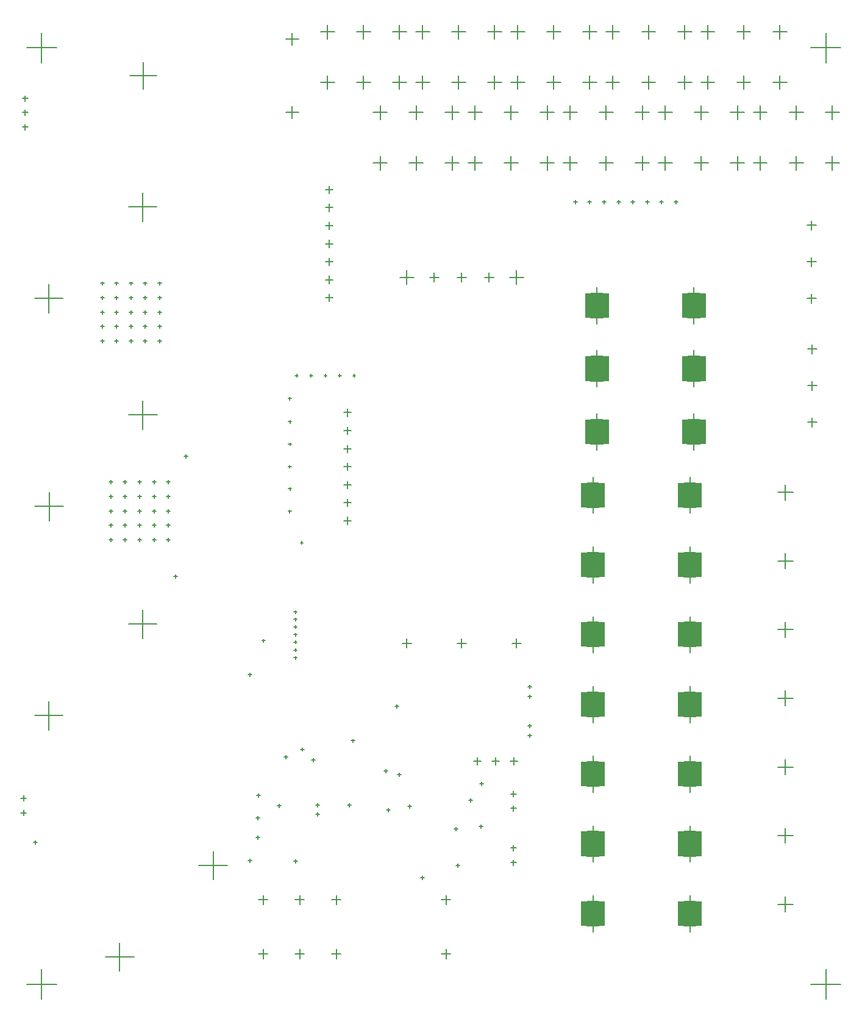
<source format=gbr>
%FSTAX23Y23*%
%MOIN*%
%SFA1B1*%

%IPPOS*%
%ADD94C,0.005000*%
%LNpms_board_drillmap_1-1*%
%LPD*%
G36*
X03805Y02631D02*
X03675D01*
Y02765*
X03805*
Y02631*
G37*
G36*
X03275D02*
X03145D01*
Y02765*
X03275*
Y02631*
G37*
G36*
X03805Y02249D02*
X03675D01*
Y02383*
X03805*
Y02249*
G37*
G36*
X03275D02*
X03145D01*
Y02383*
X03275*
Y02249*
G37*
G36*
X03805Y01868D02*
X03675D01*
Y02002*
X03805*
Y01868*
G37*
G36*
X03275D02*
X03145D01*
Y02002*
X03275*
Y01868*
G37*
G36*
X03805Y01487D02*
X03675D01*
Y01621*
X03805*
Y01487*
G37*
G36*
X03275D02*
X03145D01*
Y01621*
X03275*
Y01487*
G37*
G36*
X03805Y01106D02*
X03675D01*
Y0124*
X03805*
Y01106*
G37*
G36*
X03275D02*
X03145D01*
Y0124*
X03275*
Y01106*
G37*
G36*
X03827Y04428D02*
X03697D01*
Y04562*
X03827*
Y04428*
G37*
G36*
X03297D02*
X03167D01*
Y04562*
X03297*
Y04428*
G37*
G36*
X03827Y04084D02*
X03697D01*
Y04218*
X03827*
Y04084*
G37*
G36*
X03297D02*
X03167D01*
Y04218*
X03297*
Y04084*
G37*
G36*
X03827Y03738D02*
X03697D01*
Y03872*
X03827*
Y03738*
G37*
G36*
X03297D02*
X03167D01*
Y03872*
X03297*
Y03738*
G37*
G36*
X03805Y03393D02*
X03675D01*
Y03527*
X03805*
Y03393*
G37*
G36*
X03275D02*
X03145D01*
Y03527*
X03275*
Y03393*
G37*
G36*
X03805Y03012D02*
X03675D01*
Y03146*
X03805*
Y03012*
G37*
G36*
X03275D02*
X03145D01*
Y03146*
X03275*
Y03012*
G37*
G54D94*
X04381Y04735D02*
X04431D01*
X04406Y0471D02*
Y0476D01*
X04381Y04535D02*
X04431D01*
X04406Y0451D02*
Y0456D01*
X04381Y04935D02*
X04431D01*
X04406Y0491D02*
Y0496D01*
X04384Y04058D02*
X04434D01*
X04409Y04033D02*
Y04083D01*
X04384Y03858D02*
X04434D01*
X04409Y03833D02*
Y03883D01*
X04384Y04258D02*
X04434D01*
X04409Y04233D02*
Y04283D01*
X0276Y01748D02*
X0279D01*
X02775Y01733D02*
Y01763D01*
X0276Y01826D02*
X0279D01*
X02775Y01811D02*
Y01841D01*
X03199Y04428D02*
X03264D01*
X03232Y04396D02*
Y04461D01*
X03199Y04562D02*
X03264D01*
X03232Y0453D02*
Y04595D01*
X03729Y04428D02*
X03794D01*
X03762Y04396D02*
Y04461D01*
X03729Y04562D02*
X03794D01*
X03762Y0453D02*
Y04595D01*
X03199Y04084D02*
X03264D01*
X03232Y04052D02*
Y04117D01*
X03199Y04218D02*
X03264D01*
X03232Y04186D02*
Y04251D01*
X03729Y04084D02*
X03794D01*
X03762Y04052D02*
Y04117D01*
X03729Y04218D02*
X03794D01*
X03762Y04186D02*
Y04251D01*
X03199Y03738D02*
X03264D01*
X03232Y03706D02*
Y03771D01*
X03199Y03872D02*
X03264D01*
X03232Y0384D02*
Y03905D01*
X03729Y03738D02*
X03794D01*
X03762Y03706D02*
Y03771D01*
X03729Y03872D02*
X03794D01*
X03762Y0384D02*
Y03905D01*
X0276Y01452D02*
X0279D01*
X02775Y01437D02*
Y01467D01*
X0276Y01531D02*
X0279D01*
X02775Y01516D02*
Y01546D01*
X03707Y0124D02*
X03772D01*
X0374Y01207D02*
Y01272D01*
X03707Y01106D02*
X03772D01*
X0374Y01073D02*
Y01138D01*
X03177Y0124D02*
X03242D01*
X0321Y01207D02*
Y01272D01*
X03177Y01106D02*
X03242D01*
X0321Y01073D02*
Y01138D01*
X03707Y01621D02*
X03772D01*
X0374Y01589D02*
Y01654D01*
X03707Y01487D02*
X03772D01*
X0374Y01455D02*
Y0152D01*
X03177Y01621D02*
X03242D01*
X0321Y01589D02*
Y01654D01*
X03177Y01487D02*
X03242D01*
X0321Y01455D02*
Y0152D01*
X03707Y02383D02*
X03772D01*
X0374Y02351D02*
Y02416D01*
X03707Y02249D02*
X03772D01*
X0374Y02217D02*
Y02282D01*
X03177Y02383D02*
X03242D01*
X0321Y02351D02*
Y02416D01*
X03177Y02249D02*
X03242D01*
X0321Y02217D02*
Y02282D01*
X03707Y02765D02*
X03772D01*
X0374Y02732D02*
Y02797D01*
X03707Y02631D02*
X03772D01*
X0374Y02598D02*
Y02663D01*
X03177Y02765D02*
X03242D01*
X0321Y02732D02*
Y02797D01*
X03177Y02631D02*
X03242D01*
X0321Y02598D02*
Y02663D01*
X03707Y03146D02*
X03772D01*
X0374Y03113D02*
Y03178D01*
X03707Y03012D02*
X03772D01*
X0374Y02979D02*
Y03044D01*
X03177Y03146D02*
X03242D01*
X0321Y03113D02*
Y03178D01*
X03177Y03012D02*
X03242D01*
X0321Y02979D02*
Y03044D01*
X04222Y03475D02*
X04305D01*
X04263Y03434D02*
Y03516D01*
X04222Y031D02*
X04305D01*
X04263Y03059D02*
Y03141D01*
X04222Y02725D02*
X04305D01*
X04263Y02683D02*
Y02766D01*
X04222Y0235D02*
X04305D01*
X04263Y02308D02*
Y02391D01*
X04222Y01224D02*
X04305D01*
X04263Y01183D02*
Y01265D01*
X04222Y01599D02*
X04305D01*
X04263Y01558D02*
Y0164D01*
X04222Y01974D02*
X04305D01*
X04263Y01933D02*
Y02016D01*
X03177Y03393D02*
X03242D01*
X0321Y03361D02*
Y03426D01*
X03177Y03527D02*
X03242D01*
X0321Y03495D02*
Y0356D01*
X03707Y03393D02*
X03772D01*
X0374Y03361D02*
Y03426D01*
X03707Y03527D02*
X03772D01*
X0374Y03495D02*
Y0356D01*
X01381Y01248D02*
X01432D01*
X01407Y01222D02*
Y01273D01*
X01781Y01248D02*
X01832D01*
X01807Y01222D02*
Y01273D01*
X01581Y01248D02*
X01632D01*
X01607Y01222D02*
Y01273D01*
X01381Y00953D02*
X01432D01*
X01407Y00927D02*
Y00978D01*
X01781Y00953D02*
X01832D01*
X01807Y00927D02*
Y00978D01*
X01581Y00953D02*
X01632D01*
X01607Y00927D02*
Y00978D01*
X02381Y01248D02*
X02432D01*
X02407Y01222D02*
Y01273D01*
X02381Y00953D02*
X02432D01*
X02407Y00927D02*
Y00978D01*
X02318Y0465D02*
X02367D01*
X02343Y04626D02*
Y04675D01*
X02618Y0465D02*
X02667D01*
X02643Y04626D02*
Y04675D01*
X02155Y0465D02*
X0223D01*
X02193Y04613D02*
Y04688D01*
X02468Y0465D02*
X02517D01*
X02493Y04626D02*
Y04675D01*
X02755Y0465D02*
X0283D01*
X02793Y04613D02*
Y04688D01*
X02768Y0265D02*
X02817D01*
X02793Y02626D02*
Y02675D01*
X02468Y0265D02*
X02517D01*
X02493Y02626D02*
Y02675D01*
X02168Y0265D02*
X02217D01*
X02193Y02626D02*
Y02675D01*
X00679Y05752D02*
X00824D01*
X00751Y05679D02*
Y05825D01*
X01532Y05952D02*
X01601D01*
X01566Y05918D02*
Y05987D01*
X01532Y05552D02*
X01601D01*
X01566Y05518D02*
Y05587D01*
X02757Y02007D02*
X02797D01*
X02777Y01987D02*
Y02027D01*
X02557Y02007D02*
X02597D01*
X02577Y01987D02*
Y02027D01*
X02657Y02007D02*
X02697D01*
X02677Y01987D02*
Y02027D01*
X04481Y05275D02*
X04557D01*
X04519Y05237D02*
Y05313D01*
X04284Y05275D02*
X0436D01*
X04322Y05237D02*
Y05313D01*
X04087Y05275D02*
X04163D01*
X04125Y05237D02*
Y05313D01*
X04087Y05551D02*
X04163D01*
X04125Y05513D02*
Y05589D01*
X04284Y05551D02*
X0436D01*
X04322Y05513D02*
Y05589D01*
X04481Y05551D02*
X04557D01*
X04519Y05513D02*
Y05589D01*
X04194Y05716D02*
X0427D01*
X04232Y05678D02*
Y05754D01*
X03997Y05716D02*
X04073D01*
X04035Y05678D02*
Y05754D01*
X038Y05716D02*
X03876D01*
X03838Y05678D02*
Y05754D01*
X038Y05992D02*
X03876D01*
X03838Y05954D02*
Y0603D01*
X03997Y05992D02*
X04073D01*
X04035Y05954D02*
Y0603D01*
X04194Y05992D02*
X0427D01*
X04232Y05954D02*
Y0603D01*
X03962Y05275D02*
X04037D01*
X04Y05237D02*
Y05313D01*
X03765Y05275D02*
X03841D01*
X03803Y05237D02*
Y05313D01*
X03568Y05275D02*
X03644D01*
X03606Y05237D02*
Y05313D01*
X03568Y05551D02*
X03644D01*
X03606Y05513D02*
Y05589D01*
X03765Y05551D02*
X03841D01*
X03803Y05513D02*
Y05589D01*
X03962Y05551D02*
X04037D01*
X04Y05513D02*
Y05589D01*
X03674Y05716D02*
X0375D01*
X03712Y05678D02*
Y05754D01*
X03477Y05716D02*
X03553D01*
X03515Y05678D02*
Y05754D01*
X0328Y05716D02*
X03356D01*
X03318Y05678D02*
Y05754D01*
X0328Y05992D02*
X03356D01*
X03318Y05954D02*
Y0603D01*
X03477Y05992D02*
X03553D01*
X03515Y05954D02*
Y0603D01*
X03674Y05992D02*
X0375D01*
X03712Y05954D02*
Y0603D01*
X03442Y05275D02*
X03518D01*
X0348Y05237D02*
Y05313D01*
X03245Y05275D02*
X03321D01*
X03283Y05237D02*
Y05313D01*
X03048Y05275D02*
X03124D01*
X03086Y05237D02*
Y05313D01*
X03048Y05551D02*
X03124D01*
X03086Y05513D02*
Y05589D01*
X03245Y05551D02*
X03321D01*
X03283Y05513D02*
Y05589D01*
X03442Y05551D02*
X03518D01*
X0348Y05513D02*
Y05589D01*
X03154Y05716D02*
X0323D01*
X03192Y05678D02*
Y05754D01*
X02958Y05716D02*
X03034D01*
X02996Y05678D02*
Y05754D01*
X02761Y05716D02*
X02837D01*
X02799Y05678D02*
Y05754D01*
X02761Y05992D02*
X02837D01*
X02799Y05954D02*
Y0603D01*
X02958Y05992D02*
X03034D01*
X02996Y05954D02*
Y0603D01*
X03154Y05992D02*
X0323D01*
X03192Y05954D02*
Y0603D01*
X02922Y05275D02*
X02998D01*
X0296Y05237D02*
Y05313D01*
X02725Y05275D02*
X02801D01*
X02763Y05237D02*
Y05313D01*
X02528Y05275D02*
X02604D01*
X02566Y05237D02*
Y05313D01*
X02528Y05551D02*
X02604D01*
X02566Y05513D02*
Y05589D01*
X02725Y05551D02*
X02801D01*
X02763Y05513D02*
Y05589D01*
X02922Y05551D02*
X02998D01*
X0296Y05513D02*
Y05589D01*
X02635Y05716D02*
X02711D01*
X02673Y05678D02*
Y05754D01*
X02438Y05716D02*
X02514D01*
X02476Y05678D02*
Y05754D01*
X02241Y05716D02*
X02317D01*
X02279Y05678D02*
Y05754D01*
X02241Y05992D02*
X02317D01*
X02279Y05954D02*
Y0603D01*
X02438Y05992D02*
X02514D01*
X02476Y05954D02*
Y0603D01*
X02635Y05992D02*
X02711D01*
X02673Y05954D02*
Y0603D01*
X02402Y05275D02*
X02478D01*
X0244Y05237D02*
Y05313D01*
X02206Y05275D02*
X02282D01*
X02244Y05237D02*
Y05313D01*
X02009Y05275D02*
X02085D01*
X02047Y05237D02*
Y05313D01*
X02009Y05551D02*
X02085D01*
X02047Y05513D02*
Y05589D01*
X02206Y05551D02*
X02282D01*
X02244Y05513D02*
Y05589D01*
X02402Y05551D02*
X02478D01*
X0244Y05513D02*
Y05589D01*
X02115Y05716D02*
X02191D01*
X02153Y05678D02*
Y05754D01*
X01918Y05716D02*
X01994D01*
X01956Y05678D02*
Y05754D01*
X01721Y05716D02*
X01797D01*
X01759Y05678D02*
Y05754D01*
X01721Y05992D02*
X01797D01*
X01759Y05954D02*
Y0603D01*
X01918Y05992D02*
X01994D01*
X01956Y05954D02*
Y0603D01*
X02115Y05992D02*
X02191D01*
X02153Y05954D02*
Y0603D01*
X03177Y01868D02*
X03242D01*
X0321Y01836D02*
Y01901D01*
X03177Y02002D02*
X03242D01*
X0321Y0197D02*
Y02035D01*
X03707Y01868D02*
X03772D01*
X0374Y01836D02*
Y01901D01*
X03707Y02002D02*
X03772D01*
X0374Y0197D02*
Y02035D01*
X00091Y05472D02*
X00121D01*
X00106Y05457D02*
Y05487D01*
X00091Y05551D02*
X00121D01*
X00106Y05536D02*
Y05566D01*
X00091Y05629D02*
X00121D01*
X00106Y05614D02*
Y05644D01*
X00671Y03898D02*
X00827D01*
X00749Y0382D02*
Y03976D01*
X00159Y03398D02*
X00315D01*
X00237Y0332D02*
Y03476D01*
X00083Y01803D02*
X00113D01*
X00098Y01788D02*
Y01818D01*
X00083Y01724D02*
X00113D01*
X00098Y01709D02*
Y01739D01*
X0067Y05035D02*
X00825D01*
X00748Y04957D02*
Y05113D01*
X00158Y04535D02*
X00313D01*
X00236Y04457D02*
Y04613D01*
X01056Y01437D02*
X01212D01*
X01134Y01359D02*
Y01514D01*
X00544Y00937D02*
X007D01*
X00622Y00859D02*
Y01014D01*
X0067Y02755D02*
X00825D01*
X00748Y02677D02*
Y02833D01*
X00158Y02255D02*
X00313D01*
X00236Y02177D02*
Y02333D01*
X01747Y04736D02*
X01788D01*
X01767Y04715D02*
Y04756D01*
X01747Y04637D02*
X01788D01*
X01767Y04617D02*
Y04658D01*
X01747Y04539D02*
X01788D01*
X01767Y04518D02*
Y0456D01*
X01747Y04834D02*
X01788D01*
X01767Y04813D02*
Y04855D01*
X01747Y04933D02*
X01788D01*
X01767Y04912D02*
Y04953D01*
X01747Y05031D02*
X01788D01*
X01767Y0501D02*
Y05052D01*
X01747Y05129D02*
X01788D01*
X01767Y05109D02*
Y0515D01*
X01847Y03517D02*
X01888D01*
X01868Y03496D02*
Y03537D01*
X01847Y03418D02*
X01888D01*
X01868Y03398D02*
Y03439D01*
X01847Y0332D02*
X01888D01*
X01868Y03299D02*
Y03341D01*
X01847Y03615D02*
X01888D01*
X01868Y03595D02*
Y03636D01*
X01847Y03714D02*
X01888D01*
X01868Y03693D02*
Y03734D01*
X01847Y03812D02*
X01888D01*
X01868Y03791D02*
Y03833D01*
X01847Y03911D02*
X01888D01*
X01868Y0389D02*
Y03931D01*
X04402Y05905D02*
X04566D01*
X04484Y05823D02*
Y05987D01*
X04402Y00787D02*
X04566D01*
X04484Y00705D02*
Y00869D01*
X00114Y00787D02*
X00278D01*
X00196Y00705D02*
Y00869D01*
X00114Y05905D02*
X00278D01*
X00196Y05823D02*
Y05987D01*
X02592Y01881D02*
X02612D01*
X02602Y01872D02*
Y01891D01*
X01324Y01464D02*
X01344D01*
X01334Y01454D02*
Y01474D01*
X00151Y01562D02*
X00171D01*
X00161Y01553D02*
Y01572D01*
X02462Y01437D02*
X02482D01*
X02472Y01427D02*
Y01446D01*
X01324Y0248D02*
X01344D01*
X01334Y0247D02*
Y0249D01*
X01887Y02118D02*
X01907D01*
X01897Y02108D02*
Y02127D01*
X01521Y02029D02*
X01541D01*
X01531Y02019D02*
Y02039D01*
X01486Y01763D02*
X01505D01*
X01496Y01753D02*
Y01773D01*
X01694Y01716D02*
X01714D01*
X01704Y01706D02*
Y01726D01*
X01372Y01818D02*
X01391D01*
X01381Y01809D02*
Y01828D01*
X02127Y02307D02*
X02147D01*
X02137Y02297D02*
Y02316D01*
X00975Y03674D02*
X00995D01*
X00985Y03664D02*
Y03684D01*
X01401Y02665D02*
X01417D01*
X01409Y02657D02*
Y02673D01*
X00832Y04539D02*
X00852D01*
X00842Y04529D02*
Y04549D01*
X00753Y04539D02*
X00773D01*
X00763Y04529D02*
Y04549D01*
X00675Y04539D02*
X00694D01*
X00685Y04529D02*
Y04549D01*
X00832Y04381D02*
X00852D01*
X00842Y04372D02*
Y04391D01*
X00753Y04381D02*
X00773D01*
X00763Y04372D02*
Y04391D01*
X00675Y04381D02*
X00694D01*
X00685Y04372D02*
Y04391D01*
X00675Y04618D02*
X00694D01*
X00685Y04608D02*
Y04627D01*
X00832Y04618D02*
X00852D01*
X00842Y04608D02*
Y04627D01*
X00517Y04539D02*
X00537D01*
X00527Y04529D02*
Y04549D01*
X00596Y04539D02*
X00616D01*
X00606Y04529D02*
Y04549D01*
X00596Y04381D02*
X00616D01*
X00606Y04372D02*
Y04391D01*
X00517Y04303D02*
X00537D01*
X00527Y04293D02*
Y04312D01*
X00517Y04618D02*
X00537D01*
X00527Y04608D02*
Y04627D01*
X00753Y0446D02*
X00773D01*
X00763Y0445D02*
Y0447D01*
X00832Y04303D02*
X00852D01*
X00842Y04293D02*
Y04312D01*
X00753Y04303D02*
X00773D01*
X00763Y04293D02*
Y04312D01*
X00596Y04618D02*
X00616D01*
X00606Y04608D02*
Y04627D01*
X00596Y0446D02*
X00616D01*
X00606Y0445D02*
Y0447D01*
X00517Y04381D02*
X00537D01*
X00527Y04372D02*
Y04391D01*
X00596Y04303D02*
X00616D01*
X00606Y04293D02*
Y04312D01*
X00675Y04303D02*
X00694D01*
X00685Y04293D02*
Y04312D01*
X00832Y0446D02*
X00852D01*
X00842Y0445D02*
Y0447D01*
X00517Y0446D02*
X00537D01*
X00527Y0445D02*
Y0447D01*
X00753Y04618D02*
X00773D01*
X00763Y04608D02*
Y04627D01*
X00675Y0446D02*
X00694D01*
X00685Y0445D02*
Y0447D01*
X00879Y03295D02*
X00899D01*
X00889Y03285D02*
Y03305D01*
X00722Y03216D02*
X00742D01*
X00732Y03206D02*
Y03226D01*
X00722Y03295D02*
X00742D01*
X00732Y03285D02*
Y03305D01*
X00564Y03216D02*
X00584D01*
X00574Y03206D02*
Y03226D01*
X00564Y03295D02*
X00584D01*
X00574Y03285D02*
Y03305D01*
X00643Y03295D02*
X00663D01*
X00653Y03285D02*
Y03305D01*
X00643Y03216D02*
X00663D01*
X00653Y03206D02*
Y03226D01*
X00879Y03216D02*
X00899D01*
X00889Y03206D02*
Y03226D01*
X00801Y03216D02*
X0082D01*
X00811Y03206D02*
Y03226D01*
X00801Y03295D02*
X0082D01*
X00811Y03285D02*
Y03305D01*
X00919Y03015D02*
X00938D01*
X00929Y03005D02*
Y03025D01*
X02856Y02145D02*
X02875D01*
X02866Y02135D02*
Y02155D01*
X02856Y02413D02*
X02875D01*
X02866Y02403D02*
Y02423D01*
X02856Y02358D02*
X02875D01*
X02866Y02348D02*
Y02368D01*
X02068Y01952D02*
X02088D01*
X02078Y01942D02*
Y01962D01*
X0161Y032D02*
X01625D01*
X01618Y03192D02*
Y03208D01*
X01368Y0159D02*
X01387D01*
X01377Y0158D02*
Y016D01*
X01576Y02822D02*
X01592D01*
X01584Y02814D02*
Y0283D01*
X02856Y022D02*
X02875D01*
X02866Y0219D02*
Y0221D01*
X01671Y02011D02*
X0169D01*
X01681Y02001D02*
Y02021D01*
X00879Y03531D02*
X00899D01*
X00889Y03521D02*
Y03541D01*
X00879Y03452D02*
X00899D01*
X00889Y03442D02*
Y03462D01*
X00879Y03374D02*
X00899D01*
X00889Y03364D02*
Y03383D01*
X00564Y03374D02*
X00584D01*
X00574Y03364D02*
Y03383D01*
X00643Y03374D02*
X00663D01*
X00653Y03364D02*
Y03383D01*
X00722Y03374D02*
X00742D01*
X00732Y03364D02*
Y03383D01*
X00801Y03374D02*
X0082D01*
X00811Y03364D02*
Y03383D01*
X00722Y03452D02*
X00742D01*
X00732Y03442D02*
Y03462D01*
X00801Y03452D02*
X0082D01*
X00811Y03442D02*
Y03462D01*
X00722Y03531D02*
X00742D01*
X00732Y03521D02*
Y03541D01*
X00801Y03531D02*
X0082D01*
X00811Y03521D02*
Y03541D01*
X00564Y03452D02*
X00584D01*
X00574Y03442D02*
Y03462D01*
X00643Y03452D02*
X00663D01*
X00653Y03442D02*
Y03462D01*
X00643Y03531D02*
X00663D01*
X00653Y03521D02*
Y03541D01*
X00564Y03531D02*
X00584D01*
X00574Y03521D02*
Y03541D01*
X01612Y0207D02*
X01631D01*
X01622Y02061D02*
Y0208D01*
X03419Y05062D02*
X03438D01*
X03429Y05053D02*
Y05072D01*
X03498Y05062D02*
X03517D01*
X03507Y05053D02*
Y05072D01*
X03655Y05062D02*
X03675D01*
X03665Y05053D02*
Y05072D01*
X03576Y05062D02*
X03596D01*
X03586Y05053D02*
Y05072D01*
X03261Y05062D02*
X03281D01*
X03271Y05053D02*
Y05072D01*
X0334Y05062D02*
X0336D01*
X0335Y05053D02*
Y05072D01*
X03183Y05062D02*
X03202D01*
X03192Y05053D02*
Y05072D01*
X03104Y05062D02*
X03124D01*
X03114Y05053D02*
Y05072D01*
X01897Y04114D02*
X01913D01*
X01905Y04106D02*
Y04122D01*
X01818Y04114D02*
X01834D01*
X01826Y04106D02*
Y04122D01*
X0174Y04114D02*
X01755D01*
X01748Y04106D02*
Y04122D01*
X01661Y04114D02*
X01677D01*
X01669Y04106D02*
Y04122D01*
X01582Y04114D02*
X01598D01*
X0159Y04106D02*
Y04122D01*
X01545Y03372D02*
X01561D01*
X01553Y03364D02*
Y03379D01*
X01546Y03495D02*
X01562D01*
X01554Y03487D02*
Y03502D01*
X01545Y03616D02*
X01561D01*
X01553Y03608D02*
Y03624D01*
X01546Y03739D02*
X01562D01*
X01554Y03731D02*
Y03747D01*
X01546Y03861D02*
X01562D01*
X01554Y03853D02*
Y03869D01*
X01545Y03988D02*
X01561D01*
X01553Y0398D02*
Y03996D01*
X01576Y0274D02*
X01592D01*
X01584Y02732D02*
Y02748D01*
X01576Y02781D02*
X01592D01*
X01584Y02773D02*
Y02789D01*
X01576Y02698D02*
X01592D01*
X01584Y0269D02*
Y02706D01*
X01576Y02657D02*
X01592D01*
X01584Y02649D02*
Y02665D01*
X01576Y02614D02*
X01592D01*
X01584Y02606D02*
Y02622D01*
X01576Y02572D02*
X01592D01*
X01584Y02564D02*
Y0258D01*
X01368Y01696D02*
X01387D01*
X01377Y01687D02*
Y01706D01*
X02533Y01791D02*
X02553D01*
X02543Y01781D02*
Y01801D01*
X01576Y0146D02*
X01596D01*
X01586Y0145D02*
Y0147D01*
X02588Y01649D02*
X02608D01*
X02598Y01639D02*
Y01659D01*
X02143Y01933D02*
X02163D01*
X02153Y01923D02*
Y01942D01*
X0208Y0174D02*
X021D01*
X0209Y0173D02*
Y0175D01*
X02269Y0137D02*
X02289D01*
X02279Y0136D02*
Y01379D01*
X0245Y01637D02*
X0247D01*
X0246Y01627D02*
Y01647D01*
X02198Y01759D02*
X02218D01*
X02208Y0175D02*
Y01769D01*
X01694Y01767D02*
X01714D01*
X01704Y01757D02*
Y01777D01*
X01868Y01767D02*
X01887D01*
X01877Y01757D02*
Y01777D01*
M02*
</source>
